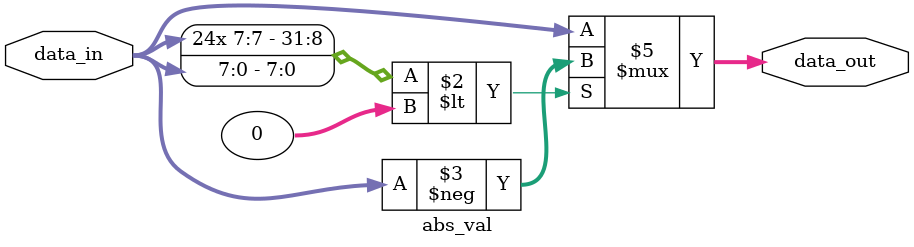
<source format=sv>
module abs_val (
data_in, 
data_out

);

input logic [7:0] data_in;
output logic [7:0] data_out;


always_comb begin

if ($signed(data_in)<0)
data_out = -$signed(data_in);

else

data_out = data_in;

end



endmodule 
</source>
